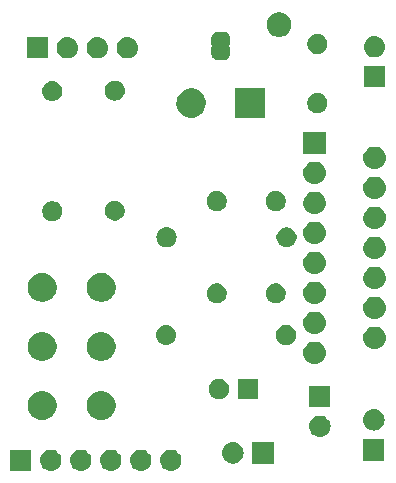
<source format=gbr>
G04 #@! TF.GenerationSoftware,KiCad,Pcbnew,5.1.4+dfsg1-1~bpo10+1*
G04 #@! TF.CreationDate,2020-12-25T00:52:37+00:00*
G04 #@! TF.ProjectId,Multi Watt Amplifier,4d756c74-6920-4576-9174-7420416d706c,rev?*
G04 #@! TF.SameCoordinates,Original*
G04 #@! TF.FileFunction,Soldermask,Bot*
G04 #@! TF.FilePolarity,Negative*
%FSLAX46Y46*%
G04 Gerber Fmt 4.6, Leading zero omitted, Abs format (unit mm)*
G04 Created by KiCad (PCBNEW 5.1.4+dfsg1-1~bpo10+1) date 2020-12-25 00:52:37*
%MOMM*%
%LPD*%
G04 APERTURE LIST*
%ADD10C,0.100000*%
G04 APERTURE END LIST*
D10*
G36*
X157500442Y-117695518D02*
G01*
X157566627Y-117702037D01*
X157736466Y-117753557D01*
X157892991Y-117837222D01*
X157928729Y-117866552D01*
X158030186Y-117949814D01*
X158113448Y-118051271D01*
X158142778Y-118087009D01*
X158226443Y-118243534D01*
X158277963Y-118413373D01*
X158295359Y-118590000D01*
X158277963Y-118766627D01*
X158226443Y-118936466D01*
X158142778Y-119092991D01*
X158113448Y-119128729D01*
X158030186Y-119230186D01*
X157928729Y-119313448D01*
X157892991Y-119342778D01*
X157736466Y-119426443D01*
X157566627Y-119477963D01*
X157500443Y-119484481D01*
X157434260Y-119491000D01*
X157345740Y-119491000D01*
X157279557Y-119484481D01*
X157213373Y-119477963D01*
X157043534Y-119426443D01*
X156887009Y-119342778D01*
X156851271Y-119313448D01*
X156749814Y-119230186D01*
X156666552Y-119128729D01*
X156637222Y-119092991D01*
X156553557Y-118936466D01*
X156502037Y-118766627D01*
X156484641Y-118590000D01*
X156502037Y-118413373D01*
X156553557Y-118243534D01*
X156637222Y-118087009D01*
X156666552Y-118051271D01*
X156749814Y-117949814D01*
X156851271Y-117866552D01*
X156887009Y-117837222D01*
X157043534Y-117753557D01*
X157213373Y-117702037D01*
X157279558Y-117695518D01*
X157345740Y-117689000D01*
X157434260Y-117689000D01*
X157500442Y-117695518D01*
X157500442Y-117695518D01*
G37*
G36*
X154960442Y-117695518D02*
G01*
X155026627Y-117702037D01*
X155196466Y-117753557D01*
X155352991Y-117837222D01*
X155388729Y-117866552D01*
X155490186Y-117949814D01*
X155573448Y-118051271D01*
X155602778Y-118087009D01*
X155686443Y-118243534D01*
X155737963Y-118413373D01*
X155755359Y-118590000D01*
X155737963Y-118766627D01*
X155686443Y-118936466D01*
X155602778Y-119092991D01*
X155573448Y-119128729D01*
X155490186Y-119230186D01*
X155388729Y-119313448D01*
X155352991Y-119342778D01*
X155196466Y-119426443D01*
X155026627Y-119477963D01*
X154960443Y-119484481D01*
X154894260Y-119491000D01*
X154805740Y-119491000D01*
X154739557Y-119484481D01*
X154673373Y-119477963D01*
X154503534Y-119426443D01*
X154347009Y-119342778D01*
X154311271Y-119313448D01*
X154209814Y-119230186D01*
X154126552Y-119128729D01*
X154097222Y-119092991D01*
X154013557Y-118936466D01*
X153962037Y-118766627D01*
X153944641Y-118590000D01*
X153962037Y-118413373D01*
X154013557Y-118243534D01*
X154097222Y-118087009D01*
X154126552Y-118051271D01*
X154209814Y-117949814D01*
X154311271Y-117866552D01*
X154347009Y-117837222D01*
X154503534Y-117753557D01*
X154673373Y-117702037D01*
X154739558Y-117695518D01*
X154805740Y-117689000D01*
X154894260Y-117689000D01*
X154960442Y-117695518D01*
X154960442Y-117695518D01*
G37*
G36*
X152420442Y-117695518D02*
G01*
X152486627Y-117702037D01*
X152656466Y-117753557D01*
X152812991Y-117837222D01*
X152848729Y-117866552D01*
X152950186Y-117949814D01*
X153033448Y-118051271D01*
X153062778Y-118087009D01*
X153146443Y-118243534D01*
X153197963Y-118413373D01*
X153215359Y-118590000D01*
X153197963Y-118766627D01*
X153146443Y-118936466D01*
X153062778Y-119092991D01*
X153033448Y-119128729D01*
X152950186Y-119230186D01*
X152848729Y-119313448D01*
X152812991Y-119342778D01*
X152656466Y-119426443D01*
X152486627Y-119477963D01*
X152420443Y-119484481D01*
X152354260Y-119491000D01*
X152265740Y-119491000D01*
X152199557Y-119484481D01*
X152133373Y-119477963D01*
X151963534Y-119426443D01*
X151807009Y-119342778D01*
X151771271Y-119313448D01*
X151669814Y-119230186D01*
X151586552Y-119128729D01*
X151557222Y-119092991D01*
X151473557Y-118936466D01*
X151422037Y-118766627D01*
X151404641Y-118590000D01*
X151422037Y-118413373D01*
X151473557Y-118243534D01*
X151557222Y-118087009D01*
X151586552Y-118051271D01*
X151669814Y-117949814D01*
X151771271Y-117866552D01*
X151807009Y-117837222D01*
X151963534Y-117753557D01*
X152133373Y-117702037D01*
X152199558Y-117695518D01*
X152265740Y-117689000D01*
X152354260Y-117689000D01*
X152420442Y-117695518D01*
X152420442Y-117695518D01*
G37*
G36*
X149880442Y-117695518D02*
G01*
X149946627Y-117702037D01*
X150116466Y-117753557D01*
X150272991Y-117837222D01*
X150308729Y-117866552D01*
X150410186Y-117949814D01*
X150493448Y-118051271D01*
X150522778Y-118087009D01*
X150606443Y-118243534D01*
X150657963Y-118413373D01*
X150675359Y-118590000D01*
X150657963Y-118766627D01*
X150606443Y-118936466D01*
X150522778Y-119092991D01*
X150493448Y-119128729D01*
X150410186Y-119230186D01*
X150308729Y-119313448D01*
X150272991Y-119342778D01*
X150116466Y-119426443D01*
X149946627Y-119477963D01*
X149880443Y-119484481D01*
X149814260Y-119491000D01*
X149725740Y-119491000D01*
X149659557Y-119484481D01*
X149593373Y-119477963D01*
X149423534Y-119426443D01*
X149267009Y-119342778D01*
X149231271Y-119313448D01*
X149129814Y-119230186D01*
X149046552Y-119128729D01*
X149017222Y-119092991D01*
X148933557Y-118936466D01*
X148882037Y-118766627D01*
X148864641Y-118590000D01*
X148882037Y-118413373D01*
X148933557Y-118243534D01*
X149017222Y-118087009D01*
X149046552Y-118051271D01*
X149129814Y-117949814D01*
X149231271Y-117866552D01*
X149267009Y-117837222D01*
X149423534Y-117753557D01*
X149593373Y-117702037D01*
X149659558Y-117695518D01*
X149725740Y-117689000D01*
X149814260Y-117689000D01*
X149880442Y-117695518D01*
X149880442Y-117695518D01*
G37*
G36*
X145591000Y-119491000D02*
G01*
X143789000Y-119491000D01*
X143789000Y-117689000D01*
X145591000Y-117689000D01*
X145591000Y-119491000D01*
X145591000Y-119491000D01*
G37*
G36*
X147340442Y-117695518D02*
G01*
X147406627Y-117702037D01*
X147576466Y-117753557D01*
X147732991Y-117837222D01*
X147768729Y-117866552D01*
X147870186Y-117949814D01*
X147953448Y-118051271D01*
X147982778Y-118087009D01*
X148066443Y-118243534D01*
X148117963Y-118413373D01*
X148135359Y-118590000D01*
X148117963Y-118766627D01*
X148066443Y-118936466D01*
X147982778Y-119092991D01*
X147953448Y-119128729D01*
X147870186Y-119230186D01*
X147768729Y-119313448D01*
X147732991Y-119342778D01*
X147576466Y-119426443D01*
X147406627Y-119477963D01*
X147340443Y-119484481D01*
X147274260Y-119491000D01*
X147185740Y-119491000D01*
X147119557Y-119484481D01*
X147053373Y-119477963D01*
X146883534Y-119426443D01*
X146727009Y-119342778D01*
X146691271Y-119313448D01*
X146589814Y-119230186D01*
X146506552Y-119128729D01*
X146477222Y-119092991D01*
X146393557Y-118936466D01*
X146342037Y-118766627D01*
X146324641Y-118590000D01*
X146342037Y-118413373D01*
X146393557Y-118243534D01*
X146477222Y-118087009D01*
X146506552Y-118051271D01*
X146589814Y-117949814D01*
X146691271Y-117866552D01*
X146727009Y-117837222D01*
X146883534Y-117753557D01*
X147053373Y-117702037D01*
X147119558Y-117695518D01*
X147185740Y-117689000D01*
X147274260Y-117689000D01*
X147340442Y-117695518D01*
X147340442Y-117695518D01*
G37*
G36*
X162770442Y-117075518D02*
G01*
X162836627Y-117082037D01*
X163006466Y-117133557D01*
X163162991Y-117217222D01*
X163198729Y-117246552D01*
X163300186Y-117329814D01*
X163383448Y-117431271D01*
X163412778Y-117467009D01*
X163496443Y-117623534D01*
X163547963Y-117793373D01*
X163565359Y-117970000D01*
X163547963Y-118146627D01*
X163496443Y-118316466D01*
X163412778Y-118472991D01*
X163383448Y-118508729D01*
X163300186Y-118610186D01*
X163198729Y-118693448D01*
X163162991Y-118722778D01*
X163006466Y-118806443D01*
X162836627Y-118857963D01*
X162770443Y-118864481D01*
X162704260Y-118871000D01*
X162615740Y-118871000D01*
X162549557Y-118864481D01*
X162483373Y-118857963D01*
X162313534Y-118806443D01*
X162157009Y-118722778D01*
X162121271Y-118693448D01*
X162019814Y-118610186D01*
X161936552Y-118508729D01*
X161907222Y-118472991D01*
X161823557Y-118316466D01*
X161772037Y-118146627D01*
X161754641Y-117970000D01*
X161772037Y-117793373D01*
X161823557Y-117623534D01*
X161907222Y-117467009D01*
X161936552Y-117431271D01*
X162019814Y-117329814D01*
X162121271Y-117246552D01*
X162157009Y-117217222D01*
X162313534Y-117133557D01*
X162483373Y-117082037D01*
X162549558Y-117075518D01*
X162615740Y-117069000D01*
X162704260Y-117069000D01*
X162770442Y-117075518D01*
X162770442Y-117075518D01*
G37*
G36*
X166101000Y-118871000D02*
G01*
X164299000Y-118871000D01*
X164299000Y-117069000D01*
X166101000Y-117069000D01*
X166101000Y-118871000D01*
X166101000Y-118871000D01*
G37*
G36*
X175491000Y-118611000D02*
G01*
X173689000Y-118611000D01*
X173689000Y-116809000D01*
X175491000Y-116809000D01*
X175491000Y-118611000D01*
X175491000Y-118611000D01*
G37*
G36*
X170130443Y-114825519D02*
G01*
X170196627Y-114832037D01*
X170366466Y-114883557D01*
X170522991Y-114967222D01*
X170554856Y-114993373D01*
X170660186Y-115079814D01*
X170735019Y-115171000D01*
X170772778Y-115217009D01*
X170856443Y-115373534D01*
X170907963Y-115543373D01*
X170925359Y-115720000D01*
X170907963Y-115896627D01*
X170856443Y-116066466D01*
X170772778Y-116222991D01*
X170743448Y-116258729D01*
X170660186Y-116360186D01*
X170558729Y-116443448D01*
X170522991Y-116472778D01*
X170366466Y-116556443D01*
X170196627Y-116607963D01*
X170130442Y-116614482D01*
X170064260Y-116621000D01*
X169975740Y-116621000D01*
X169909558Y-116614482D01*
X169843373Y-116607963D01*
X169673534Y-116556443D01*
X169517009Y-116472778D01*
X169481271Y-116443448D01*
X169379814Y-116360186D01*
X169296552Y-116258729D01*
X169267222Y-116222991D01*
X169183557Y-116066466D01*
X169132037Y-115896627D01*
X169114641Y-115720000D01*
X169132037Y-115543373D01*
X169183557Y-115373534D01*
X169267222Y-115217009D01*
X169304981Y-115171000D01*
X169379814Y-115079814D01*
X169485144Y-114993373D01*
X169517009Y-114967222D01*
X169673534Y-114883557D01*
X169843373Y-114832037D01*
X169909557Y-114825519D01*
X169975740Y-114819000D01*
X170064260Y-114819000D01*
X170130443Y-114825519D01*
X170130443Y-114825519D01*
G37*
G36*
X174700442Y-114275518D02*
G01*
X174766627Y-114282037D01*
X174936466Y-114333557D01*
X175092991Y-114417222D01*
X175128729Y-114446552D01*
X175230186Y-114529814D01*
X175313448Y-114631271D01*
X175342778Y-114667009D01*
X175426443Y-114823534D01*
X175477963Y-114993373D01*
X175495359Y-115170000D01*
X175477963Y-115346627D01*
X175426443Y-115516466D01*
X175342778Y-115672991D01*
X175313448Y-115708729D01*
X175230186Y-115810186D01*
X175128729Y-115893448D01*
X175092991Y-115922778D01*
X174936466Y-116006443D01*
X174766627Y-116057963D01*
X174700442Y-116064482D01*
X174634260Y-116071000D01*
X174545740Y-116071000D01*
X174479558Y-116064482D01*
X174413373Y-116057963D01*
X174243534Y-116006443D01*
X174087009Y-115922778D01*
X174051271Y-115893448D01*
X173949814Y-115810186D01*
X173866552Y-115708729D01*
X173837222Y-115672991D01*
X173753557Y-115516466D01*
X173702037Y-115346627D01*
X173684641Y-115170000D01*
X173702037Y-114993373D01*
X173753557Y-114823534D01*
X173837222Y-114667009D01*
X173866552Y-114631271D01*
X173949814Y-114529814D01*
X174051271Y-114446552D01*
X174087009Y-114417222D01*
X174243534Y-114333557D01*
X174413373Y-114282037D01*
X174479558Y-114275518D01*
X174545740Y-114269000D01*
X174634260Y-114269000D01*
X174700442Y-114275518D01*
X174700442Y-114275518D01*
G37*
G36*
X146748205Y-112752461D02*
G01*
X146866153Y-112775922D01*
X146958194Y-112814047D01*
X147088359Y-112867963D01*
X147288342Y-113001587D01*
X147458413Y-113171658D01*
X147592037Y-113371641D01*
X147598935Y-113388295D01*
X147684078Y-113593847D01*
X147731000Y-113829742D01*
X147731000Y-114070258D01*
X147684078Y-114306153D01*
X147672726Y-114333558D01*
X147592037Y-114528359D01*
X147458413Y-114728342D01*
X147288342Y-114898413D01*
X147088359Y-115032037D01*
X146958194Y-115085953D01*
X146866153Y-115124078D01*
X146748205Y-115147539D01*
X146630259Y-115171000D01*
X146389741Y-115171000D01*
X146271795Y-115147539D01*
X146153847Y-115124078D01*
X146061806Y-115085953D01*
X145931641Y-115032037D01*
X145731658Y-114898413D01*
X145561587Y-114728342D01*
X145427963Y-114528359D01*
X145347274Y-114333558D01*
X145335922Y-114306153D01*
X145289000Y-114070258D01*
X145289000Y-113829742D01*
X145335922Y-113593847D01*
X145421065Y-113388295D01*
X145427963Y-113371641D01*
X145561587Y-113171658D01*
X145731658Y-113001587D01*
X145931641Y-112867963D01*
X146061806Y-112814047D01*
X146153847Y-112775922D01*
X146271795Y-112752461D01*
X146389741Y-112729000D01*
X146630259Y-112729000D01*
X146748205Y-112752461D01*
X146748205Y-112752461D01*
G37*
G36*
X151748205Y-112752461D02*
G01*
X151866153Y-112775922D01*
X151958194Y-112814047D01*
X152088359Y-112867963D01*
X152288342Y-113001587D01*
X152458413Y-113171658D01*
X152592037Y-113371641D01*
X152598935Y-113388295D01*
X152684078Y-113593847D01*
X152731000Y-113829742D01*
X152731000Y-114070258D01*
X152684078Y-114306153D01*
X152672726Y-114333558D01*
X152592037Y-114528359D01*
X152458413Y-114728342D01*
X152288342Y-114898413D01*
X152088359Y-115032037D01*
X151958194Y-115085953D01*
X151866153Y-115124078D01*
X151748205Y-115147539D01*
X151630259Y-115171000D01*
X151389741Y-115171000D01*
X151271795Y-115147539D01*
X151153847Y-115124078D01*
X151061806Y-115085953D01*
X150931641Y-115032037D01*
X150731658Y-114898413D01*
X150561587Y-114728342D01*
X150427963Y-114528359D01*
X150347274Y-114333558D01*
X150335922Y-114306153D01*
X150289000Y-114070258D01*
X150289000Y-113829742D01*
X150335922Y-113593847D01*
X150421065Y-113388295D01*
X150427963Y-113371641D01*
X150561587Y-113171658D01*
X150731658Y-113001587D01*
X150931641Y-112867963D01*
X151061806Y-112814047D01*
X151153847Y-112775922D01*
X151271795Y-112752461D01*
X151389741Y-112729000D01*
X151630259Y-112729000D01*
X151748205Y-112752461D01*
X151748205Y-112752461D01*
G37*
G36*
X170921000Y-114081000D02*
G01*
X169119000Y-114081000D01*
X169119000Y-112279000D01*
X170921000Y-112279000D01*
X170921000Y-114081000D01*
X170921000Y-114081000D01*
G37*
G36*
X161718228Y-111751703D02*
G01*
X161873100Y-111815853D01*
X162012481Y-111908985D01*
X162131015Y-112027519D01*
X162224147Y-112166900D01*
X162288297Y-112321772D01*
X162321000Y-112486184D01*
X162321000Y-112653816D01*
X162288297Y-112818228D01*
X162224147Y-112973100D01*
X162131015Y-113112481D01*
X162012481Y-113231015D01*
X161873100Y-113324147D01*
X161718228Y-113388297D01*
X161553816Y-113421000D01*
X161386184Y-113421000D01*
X161221772Y-113388297D01*
X161066900Y-113324147D01*
X160927519Y-113231015D01*
X160808985Y-113112481D01*
X160715853Y-112973100D01*
X160651703Y-112818228D01*
X160619000Y-112653816D01*
X160619000Y-112486184D01*
X160651703Y-112321772D01*
X160715853Y-112166900D01*
X160808985Y-112027519D01*
X160927519Y-111908985D01*
X161066900Y-111815853D01*
X161221772Y-111751703D01*
X161386184Y-111719000D01*
X161553816Y-111719000D01*
X161718228Y-111751703D01*
X161718228Y-111751703D01*
G37*
G36*
X164821000Y-113421000D02*
G01*
X163119000Y-113421000D01*
X163119000Y-111719000D01*
X164821000Y-111719000D01*
X164821000Y-113421000D01*
X164821000Y-113421000D01*
G37*
G36*
X169756425Y-108552760D02*
G01*
X169756428Y-108552761D01*
X169756429Y-108552761D01*
X169935693Y-108607140D01*
X169935696Y-108607142D01*
X169935697Y-108607142D01*
X170100903Y-108695446D01*
X170245712Y-108814288D01*
X170364554Y-108959097D01*
X170452858Y-109124303D01*
X170452860Y-109124307D01*
X170507239Y-109303571D01*
X170507240Y-109303575D01*
X170525601Y-109490000D01*
X170507240Y-109676425D01*
X170507239Y-109676428D01*
X170507239Y-109676429D01*
X170452860Y-109855693D01*
X170452858Y-109855696D01*
X170452858Y-109855697D01*
X170364554Y-110020903D01*
X170245712Y-110165712D01*
X170100903Y-110284554D01*
X169935697Y-110372858D01*
X169935693Y-110372860D01*
X169756429Y-110427239D01*
X169756428Y-110427239D01*
X169756425Y-110427240D01*
X169616718Y-110441000D01*
X169523282Y-110441000D01*
X169383575Y-110427240D01*
X169383572Y-110427239D01*
X169383571Y-110427239D01*
X169204307Y-110372860D01*
X169204303Y-110372858D01*
X169039097Y-110284554D01*
X168894288Y-110165712D01*
X168775446Y-110020903D01*
X168687142Y-109855697D01*
X168687142Y-109855696D01*
X168687140Y-109855693D01*
X168632761Y-109676429D01*
X168632761Y-109676428D01*
X168632760Y-109676425D01*
X168614399Y-109490000D01*
X168632760Y-109303575D01*
X168632761Y-109303571D01*
X168687140Y-109124307D01*
X168687142Y-109124303D01*
X168775446Y-108959097D01*
X168894288Y-108814288D01*
X169039097Y-108695446D01*
X169204303Y-108607142D01*
X169204304Y-108607142D01*
X169204307Y-108607140D01*
X169383571Y-108552761D01*
X169383572Y-108552761D01*
X169383575Y-108552760D01*
X169523282Y-108539000D01*
X169616718Y-108539000D01*
X169756425Y-108552760D01*
X169756425Y-108552760D01*
G37*
G36*
X146694463Y-107741771D02*
G01*
X146866153Y-107775922D01*
X146958194Y-107814047D01*
X147088359Y-107867963D01*
X147288342Y-108001587D01*
X147458413Y-108171658D01*
X147592037Y-108371641D01*
X147630739Y-108465076D01*
X147684078Y-108593847D01*
X147695449Y-108651015D01*
X147726735Y-108808297D01*
X147731000Y-108829742D01*
X147731000Y-109070258D01*
X147684592Y-109303571D01*
X147684078Y-109306152D01*
X147592037Y-109528359D01*
X147458413Y-109728342D01*
X147288342Y-109898413D01*
X147088359Y-110032037D01*
X146958194Y-110085953D01*
X146866153Y-110124078D01*
X146630259Y-110171000D01*
X146389741Y-110171000D01*
X146153847Y-110124078D01*
X146061806Y-110085953D01*
X145931641Y-110032037D01*
X145731658Y-109898413D01*
X145561587Y-109728342D01*
X145427963Y-109528359D01*
X145335922Y-109306152D01*
X145335409Y-109303571D01*
X145289000Y-109070258D01*
X145289000Y-108829742D01*
X145293266Y-108808297D01*
X145324551Y-108651015D01*
X145335922Y-108593847D01*
X145389261Y-108465076D01*
X145427963Y-108371641D01*
X145561587Y-108171658D01*
X145731658Y-108001587D01*
X145931641Y-107867963D01*
X146061806Y-107814047D01*
X146153847Y-107775922D01*
X146325537Y-107741771D01*
X146389741Y-107729000D01*
X146630259Y-107729000D01*
X146694463Y-107741771D01*
X146694463Y-107741771D01*
G37*
G36*
X151694463Y-107741771D02*
G01*
X151866153Y-107775922D01*
X151958194Y-107814047D01*
X152088359Y-107867963D01*
X152288342Y-108001587D01*
X152458413Y-108171658D01*
X152592037Y-108371641D01*
X152630739Y-108465076D01*
X152684078Y-108593847D01*
X152695449Y-108651015D01*
X152726735Y-108808297D01*
X152731000Y-108829742D01*
X152731000Y-109070258D01*
X152684592Y-109303571D01*
X152684078Y-109306152D01*
X152592037Y-109528359D01*
X152458413Y-109728342D01*
X152288342Y-109898413D01*
X152088359Y-110032037D01*
X151958194Y-110085953D01*
X151866153Y-110124078D01*
X151630259Y-110171000D01*
X151389741Y-110171000D01*
X151153847Y-110124078D01*
X151061806Y-110085953D01*
X150931641Y-110032037D01*
X150731658Y-109898413D01*
X150561587Y-109728342D01*
X150427963Y-109528359D01*
X150335922Y-109306152D01*
X150335409Y-109303571D01*
X150289000Y-109070258D01*
X150289000Y-108829742D01*
X150293266Y-108808297D01*
X150324551Y-108651015D01*
X150335922Y-108593847D01*
X150389261Y-108465076D01*
X150427963Y-108371641D01*
X150561587Y-108171658D01*
X150731658Y-108001587D01*
X150931641Y-107867963D01*
X151061806Y-107814047D01*
X151153847Y-107775922D01*
X151325537Y-107741771D01*
X151389741Y-107729000D01*
X151630259Y-107729000D01*
X151694463Y-107741771D01*
X151694463Y-107741771D01*
G37*
G36*
X174836425Y-107282760D02*
G01*
X174836428Y-107282761D01*
X174836429Y-107282761D01*
X175015693Y-107337140D01*
X175015696Y-107337142D01*
X175015697Y-107337142D01*
X175180903Y-107425446D01*
X175325712Y-107544288D01*
X175444554Y-107689097D01*
X175532858Y-107854303D01*
X175532860Y-107854307D01*
X175587239Y-108033571D01*
X175587240Y-108033575D01*
X175605601Y-108220000D01*
X175587240Y-108406425D01*
X175587239Y-108406428D01*
X175587239Y-108406429D01*
X175532860Y-108585693D01*
X175532858Y-108585696D01*
X175532858Y-108585697D01*
X175444554Y-108750903D01*
X175325712Y-108895712D01*
X175180903Y-109014554D01*
X175015697Y-109102858D01*
X175015693Y-109102860D01*
X174836429Y-109157239D01*
X174836428Y-109157239D01*
X174836425Y-109157240D01*
X174696718Y-109171000D01*
X174603282Y-109171000D01*
X174463575Y-109157240D01*
X174463572Y-109157239D01*
X174463571Y-109157239D01*
X174284307Y-109102860D01*
X174284303Y-109102858D01*
X174119097Y-109014554D01*
X173974288Y-108895712D01*
X173855446Y-108750903D01*
X173767142Y-108585697D01*
X173767142Y-108585696D01*
X173767140Y-108585693D01*
X173712761Y-108406429D01*
X173712761Y-108406428D01*
X173712760Y-108406425D01*
X173694399Y-108220000D01*
X173712760Y-108033575D01*
X173712761Y-108033571D01*
X173767140Y-107854307D01*
X173767142Y-107854303D01*
X173855446Y-107689097D01*
X173974288Y-107544288D01*
X174119097Y-107425446D01*
X174284303Y-107337142D01*
X174284304Y-107337142D01*
X174284307Y-107337140D01*
X174463571Y-107282761D01*
X174463572Y-107282761D01*
X174463575Y-107282760D01*
X174603282Y-107269000D01*
X174696718Y-107269000D01*
X174836425Y-107282760D01*
X174836425Y-107282760D01*
G37*
G36*
X157166823Y-107151313D02*
G01*
X157327242Y-107199976D01*
X157394361Y-107235852D01*
X157475078Y-107278996D01*
X157604659Y-107385341D01*
X157711004Y-107514922D01*
X157711005Y-107514924D01*
X157790024Y-107662758D01*
X157838687Y-107823177D01*
X157855117Y-107990000D01*
X157838687Y-108156823D01*
X157790024Y-108317242D01*
X157719114Y-108449906D01*
X157711004Y-108465078D01*
X157604659Y-108594659D01*
X157475078Y-108701004D01*
X157475076Y-108701005D01*
X157327242Y-108780024D01*
X157166823Y-108828687D01*
X157041804Y-108841000D01*
X156958196Y-108841000D01*
X156833177Y-108828687D01*
X156672758Y-108780024D01*
X156524924Y-108701005D01*
X156524922Y-108701004D01*
X156395341Y-108594659D01*
X156288996Y-108465078D01*
X156280886Y-108449906D01*
X156209976Y-108317242D01*
X156161313Y-108156823D01*
X156144883Y-107990000D01*
X156161313Y-107823177D01*
X156209976Y-107662758D01*
X156288995Y-107514924D01*
X156288996Y-107514922D01*
X156395341Y-107385341D01*
X156524922Y-107278996D01*
X156605639Y-107235852D01*
X156672758Y-107199976D01*
X156833177Y-107151313D01*
X156958196Y-107139000D01*
X157041804Y-107139000D01*
X157166823Y-107151313D01*
X157166823Y-107151313D01*
G37*
G36*
X167408228Y-107171703D02*
G01*
X167563100Y-107235853D01*
X167702481Y-107328985D01*
X167821015Y-107447519D01*
X167914147Y-107586900D01*
X167978297Y-107741772D01*
X168011000Y-107906184D01*
X168011000Y-108073816D01*
X167978297Y-108238228D01*
X167914147Y-108393100D01*
X167821015Y-108532481D01*
X167702481Y-108651015D01*
X167563100Y-108744147D01*
X167408228Y-108808297D01*
X167243816Y-108841000D01*
X167076184Y-108841000D01*
X166911772Y-108808297D01*
X166756900Y-108744147D01*
X166617519Y-108651015D01*
X166498985Y-108532481D01*
X166405853Y-108393100D01*
X166341703Y-108238228D01*
X166309000Y-108073816D01*
X166309000Y-107906184D01*
X166341703Y-107741772D01*
X166405853Y-107586900D01*
X166498985Y-107447519D01*
X166617519Y-107328985D01*
X166756900Y-107235853D01*
X166911772Y-107171703D01*
X167076184Y-107139000D01*
X167243816Y-107139000D01*
X167408228Y-107171703D01*
X167408228Y-107171703D01*
G37*
G36*
X169756425Y-106012760D02*
G01*
X169756428Y-106012761D01*
X169756429Y-106012761D01*
X169935693Y-106067140D01*
X169935696Y-106067142D01*
X169935697Y-106067142D01*
X170100903Y-106155446D01*
X170245712Y-106274288D01*
X170364554Y-106419097D01*
X170452858Y-106584303D01*
X170452860Y-106584307D01*
X170507239Y-106763571D01*
X170507240Y-106763575D01*
X170525601Y-106950000D01*
X170507240Y-107136425D01*
X170507239Y-107136428D01*
X170507239Y-107136429D01*
X170452860Y-107315693D01*
X170452858Y-107315696D01*
X170452858Y-107315697D01*
X170364554Y-107480903D01*
X170245712Y-107625712D01*
X170100903Y-107744554D01*
X169953809Y-107823177D01*
X169935693Y-107832860D01*
X169756429Y-107887239D01*
X169756428Y-107887239D01*
X169756425Y-107887240D01*
X169616718Y-107901000D01*
X169523282Y-107901000D01*
X169383575Y-107887240D01*
X169383572Y-107887239D01*
X169383571Y-107887239D01*
X169204307Y-107832860D01*
X169186191Y-107823177D01*
X169039097Y-107744554D01*
X168894288Y-107625712D01*
X168775446Y-107480903D01*
X168687142Y-107315697D01*
X168687142Y-107315696D01*
X168687140Y-107315693D01*
X168632761Y-107136429D01*
X168632761Y-107136428D01*
X168632760Y-107136425D01*
X168614399Y-106950000D01*
X168632760Y-106763575D01*
X168632761Y-106763571D01*
X168687140Y-106584307D01*
X168687142Y-106584303D01*
X168775446Y-106419097D01*
X168894288Y-106274288D01*
X169039097Y-106155446D01*
X169204303Y-106067142D01*
X169204304Y-106067142D01*
X169204307Y-106067140D01*
X169383571Y-106012761D01*
X169383572Y-106012761D01*
X169383575Y-106012760D01*
X169523282Y-105999000D01*
X169616718Y-105999000D01*
X169756425Y-106012760D01*
X169756425Y-106012760D01*
G37*
G36*
X174836425Y-104742760D02*
G01*
X174836428Y-104742761D01*
X174836429Y-104742761D01*
X175015693Y-104797140D01*
X175015696Y-104797142D01*
X175015697Y-104797142D01*
X175180903Y-104885446D01*
X175325712Y-105004288D01*
X175444554Y-105149097D01*
X175532858Y-105314303D01*
X175532860Y-105314307D01*
X175587239Y-105493571D01*
X175587240Y-105493575D01*
X175605601Y-105680000D01*
X175587240Y-105866425D01*
X175587239Y-105866428D01*
X175587239Y-105866429D01*
X175532860Y-106045693D01*
X175532858Y-106045696D01*
X175532858Y-106045697D01*
X175444554Y-106210903D01*
X175325712Y-106355712D01*
X175180903Y-106474554D01*
X175015697Y-106562858D01*
X175015693Y-106562860D01*
X174836429Y-106617239D01*
X174836428Y-106617239D01*
X174836425Y-106617240D01*
X174696718Y-106631000D01*
X174603282Y-106631000D01*
X174463575Y-106617240D01*
X174463572Y-106617239D01*
X174463571Y-106617239D01*
X174284307Y-106562860D01*
X174284303Y-106562858D01*
X174119097Y-106474554D01*
X173974288Y-106355712D01*
X173855446Y-106210903D01*
X173767142Y-106045697D01*
X173767142Y-106045696D01*
X173767140Y-106045693D01*
X173712761Y-105866429D01*
X173712761Y-105866428D01*
X173712760Y-105866425D01*
X173694399Y-105680000D01*
X173712760Y-105493575D01*
X173712761Y-105493571D01*
X173767140Y-105314307D01*
X173767142Y-105314303D01*
X173855446Y-105149097D01*
X173974288Y-105004288D01*
X174119097Y-104885446D01*
X174284303Y-104797142D01*
X174284304Y-104797142D01*
X174284307Y-104797140D01*
X174463571Y-104742761D01*
X174463572Y-104742761D01*
X174463575Y-104742760D01*
X174603282Y-104729000D01*
X174696718Y-104729000D01*
X174836425Y-104742760D01*
X174836425Y-104742760D01*
G37*
G36*
X169756425Y-103472760D02*
G01*
X169756428Y-103472761D01*
X169756429Y-103472761D01*
X169935693Y-103527140D01*
X169935696Y-103527142D01*
X169935697Y-103527142D01*
X170100903Y-103615446D01*
X170245712Y-103734288D01*
X170364554Y-103879097D01*
X170452858Y-104044303D01*
X170452860Y-104044307D01*
X170503660Y-104211772D01*
X170507240Y-104223575D01*
X170525601Y-104410000D01*
X170507240Y-104596425D01*
X170507239Y-104596428D01*
X170507239Y-104596429D01*
X170452860Y-104775693D01*
X170452858Y-104775696D01*
X170452858Y-104775697D01*
X170364554Y-104940903D01*
X170245712Y-105085712D01*
X170100903Y-105204554D01*
X169935697Y-105292858D01*
X169935693Y-105292860D01*
X169756429Y-105347239D01*
X169756428Y-105347239D01*
X169756425Y-105347240D01*
X169616718Y-105361000D01*
X169523282Y-105361000D01*
X169383575Y-105347240D01*
X169383572Y-105347239D01*
X169383571Y-105347239D01*
X169204307Y-105292860D01*
X169204303Y-105292858D01*
X169039097Y-105204554D01*
X168894288Y-105085712D01*
X168775446Y-104940903D01*
X168687142Y-104775697D01*
X168687142Y-104775696D01*
X168687140Y-104775693D01*
X168632761Y-104596429D01*
X168632761Y-104596428D01*
X168632760Y-104596425D01*
X168614399Y-104410000D01*
X168632760Y-104223575D01*
X168636340Y-104211772D01*
X168687140Y-104044307D01*
X168687142Y-104044303D01*
X168775446Y-103879097D01*
X168894288Y-103734288D01*
X169039097Y-103615446D01*
X169204303Y-103527142D01*
X169204304Y-103527142D01*
X169204307Y-103527140D01*
X169383571Y-103472761D01*
X169383572Y-103472761D01*
X169383575Y-103472760D01*
X169523282Y-103459000D01*
X169616718Y-103459000D01*
X169756425Y-103472760D01*
X169756425Y-103472760D01*
G37*
G36*
X166528228Y-103641703D02*
G01*
X166683100Y-103705853D01*
X166822481Y-103798985D01*
X166941015Y-103917519D01*
X167034147Y-104056900D01*
X167098297Y-104211772D01*
X167131000Y-104376184D01*
X167131000Y-104543816D01*
X167098297Y-104708228D01*
X167034147Y-104863100D01*
X166941015Y-105002481D01*
X166822481Y-105121015D01*
X166683100Y-105214147D01*
X166528228Y-105278297D01*
X166363816Y-105311000D01*
X166196184Y-105311000D01*
X166031772Y-105278297D01*
X165876900Y-105214147D01*
X165737519Y-105121015D01*
X165618985Y-105002481D01*
X165525853Y-104863100D01*
X165461703Y-104708228D01*
X165429000Y-104543816D01*
X165429000Y-104376184D01*
X165461703Y-104211772D01*
X165525853Y-104056900D01*
X165618985Y-103917519D01*
X165737519Y-103798985D01*
X165876900Y-103705853D01*
X166031772Y-103641703D01*
X166196184Y-103609000D01*
X166363816Y-103609000D01*
X166528228Y-103641703D01*
X166528228Y-103641703D01*
G37*
G36*
X161528228Y-103641703D02*
G01*
X161683100Y-103705853D01*
X161822481Y-103798985D01*
X161941015Y-103917519D01*
X162034147Y-104056900D01*
X162098297Y-104211772D01*
X162131000Y-104376184D01*
X162131000Y-104543816D01*
X162098297Y-104708228D01*
X162034147Y-104863100D01*
X161941015Y-105002481D01*
X161822481Y-105121015D01*
X161683100Y-105214147D01*
X161528228Y-105278297D01*
X161363816Y-105311000D01*
X161196184Y-105311000D01*
X161031772Y-105278297D01*
X160876900Y-105214147D01*
X160737519Y-105121015D01*
X160618985Y-105002481D01*
X160525853Y-104863100D01*
X160461703Y-104708228D01*
X160429000Y-104543816D01*
X160429000Y-104376184D01*
X160461703Y-104211772D01*
X160525853Y-104056900D01*
X160618985Y-103917519D01*
X160737519Y-103798985D01*
X160876900Y-103705853D01*
X161031772Y-103641703D01*
X161196184Y-103609000D01*
X161363816Y-103609000D01*
X161528228Y-103641703D01*
X161528228Y-103641703D01*
G37*
G36*
X146866153Y-102775922D02*
G01*
X146958194Y-102814047D01*
X147088359Y-102867963D01*
X147288342Y-103001587D01*
X147458413Y-103171658D01*
X147592037Y-103371641D01*
X147684078Y-103593848D01*
X147731000Y-103829741D01*
X147731000Y-104070259D01*
X147729611Y-104077240D01*
X147684078Y-104306153D01*
X147645953Y-104398194D01*
X147592037Y-104528359D01*
X147458413Y-104728342D01*
X147288342Y-104898413D01*
X147088359Y-105032037D01*
X146958776Y-105085712D01*
X146866153Y-105124078D01*
X146748205Y-105147539D01*
X146630259Y-105171000D01*
X146389741Y-105171000D01*
X146271795Y-105147539D01*
X146153847Y-105124078D01*
X146061224Y-105085712D01*
X145931641Y-105032037D01*
X145731658Y-104898413D01*
X145561587Y-104728342D01*
X145427963Y-104528359D01*
X145374047Y-104398194D01*
X145335922Y-104306153D01*
X145290389Y-104077240D01*
X145289000Y-104070259D01*
X145289000Y-103829741D01*
X145335922Y-103593848D01*
X145427963Y-103371641D01*
X145561587Y-103171658D01*
X145731658Y-103001587D01*
X145931641Y-102867963D01*
X146061806Y-102814047D01*
X146153847Y-102775922D01*
X146271795Y-102752461D01*
X146389741Y-102729000D01*
X146630259Y-102729000D01*
X146866153Y-102775922D01*
X146866153Y-102775922D01*
G37*
G36*
X151866153Y-102775922D02*
G01*
X151958194Y-102814047D01*
X152088359Y-102867963D01*
X152288342Y-103001587D01*
X152458413Y-103171658D01*
X152592037Y-103371641D01*
X152684078Y-103593848D01*
X152731000Y-103829741D01*
X152731000Y-104070259D01*
X152729611Y-104077240D01*
X152684078Y-104306153D01*
X152645953Y-104398194D01*
X152592037Y-104528359D01*
X152458413Y-104728342D01*
X152288342Y-104898413D01*
X152088359Y-105032037D01*
X151958776Y-105085712D01*
X151866153Y-105124078D01*
X151748205Y-105147539D01*
X151630259Y-105171000D01*
X151389741Y-105171000D01*
X151271795Y-105147539D01*
X151153847Y-105124078D01*
X151061224Y-105085712D01*
X150931641Y-105032037D01*
X150731658Y-104898413D01*
X150561587Y-104728342D01*
X150427963Y-104528359D01*
X150374047Y-104398194D01*
X150335922Y-104306153D01*
X150290389Y-104077240D01*
X150289000Y-104070259D01*
X150289000Y-103829741D01*
X150335922Y-103593848D01*
X150427963Y-103371641D01*
X150561587Y-103171658D01*
X150731658Y-103001587D01*
X150931641Y-102867963D01*
X151061806Y-102814047D01*
X151153847Y-102775922D01*
X151271795Y-102752461D01*
X151389741Y-102729000D01*
X151630259Y-102729000D01*
X151866153Y-102775922D01*
X151866153Y-102775922D01*
G37*
G36*
X174836425Y-102202760D02*
G01*
X174836428Y-102202761D01*
X174836429Y-102202761D01*
X175015693Y-102257140D01*
X175015696Y-102257142D01*
X175015697Y-102257142D01*
X175180903Y-102345446D01*
X175325712Y-102464288D01*
X175444554Y-102609097D01*
X175532858Y-102774303D01*
X175532860Y-102774307D01*
X175561270Y-102867963D01*
X175587240Y-102953575D01*
X175605601Y-103140000D01*
X175587240Y-103326425D01*
X175587239Y-103326428D01*
X175587239Y-103326429D01*
X175532860Y-103505693D01*
X175532858Y-103505696D01*
X175532858Y-103505697D01*
X175444554Y-103670903D01*
X175325712Y-103815712D01*
X175180903Y-103934554D01*
X175015697Y-104022858D01*
X175015693Y-104022860D01*
X174836429Y-104077239D01*
X174836428Y-104077239D01*
X174836425Y-104077240D01*
X174696718Y-104091000D01*
X174603282Y-104091000D01*
X174463575Y-104077240D01*
X174463572Y-104077239D01*
X174463571Y-104077239D01*
X174284307Y-104022860D01*
X174284303Y-104022858D01*
X174119097Y-103934554D01*
X173974288Y-103815712D01*
X173855446Y-103670903D01*
X173767142Y-103505697D01*
X173767142Y-103505696D01*
X173767140Y-103505693D01*
X173712761Y-103326429D01*
X173712761Y-103326428D01*
X173712760Y-103326425D01*
X173694399Y-103140000D01*
X173712760Y-102953575D01*
X173738730Y-102867963D01*
X173767140Y-102774307D01*
X173767142Y-102774303D01*
X173855446Y-102609097D01*
X173974288Y-102464288D01*
X174119097Y-102345446D01*
X174284303Y-102257142D01*
X174284304Y-102257142D01*
X174284307Y-102257140D01*
X174463571Y-102202761D01*
X174463572Y-102202761D01*
X174463575Y-102202760D01*
X174603282Y-102189000D01*
X174696718Y-102189000D01*
X174836425Y-102202760D01*
X174836425Y-102202760D01*
G37*
G36*
X169756425Y-100932760D02*
G01*
X169756428Y-100932761D01*
X169756429Y-100932761D01*
X169935693Y-100987140D01*
X169935696Y-100987142D01*
X169935697Y-100987142D01*
X170100903Y-101075446D01*
X170245712Y-101194288D01*
X170364554Y-101339097D01*
X170452858Y-101504303D01*
X170452860Y-101504307D01*
X170507239Y-101683571D01*
X170507240Y-101683575D01*
X170525601Y-101870000D01*
X170507240Y-102056425D01*
X170507239Y-102056428D01*
X170507239Y-102056429D01*
X170452860Y-102235693D01*
X170452858Y-102235696D01*
X170452858Y-102235697D01*
X170364554Y-102400903D01*
X170245712Y-102545712D01*
X170100903Y-102664554D01*
X169980332Y-102729000D01*
X169935693Y-102752860D01*
X169756429Y-102807239D01*
X169756428Y-102807239D01*
X169756425Y-102807240D01*
X169616718Y-102821000D01*
X169523282Y-102821000D01*
X169383575Y-102807240D01*
X169383572Y-102807239D01*
X169383571Y-102807239D01*
X169204307Y-102752860D01*
X169159668Y-102729000D01*
X169039097Y-102664554D01*
X168894288Y-102545712D01*
X168775446Y-102400903D01*
X168687142Y-102235697D01*
X168687142Y-102235696D01*
X168687140Y-102235693D01*
X168632761Y-102056429D01*
X168632761Y-102056428D01*
X168632760Y-102056425D01*
X168614399Y-101870000D01*
X168632760Y-101683575D01*
X168632761Y-101683571D01*
X168687140Y-101504307D01*
X168687142Y-101504303D01*
X168775446Y-101339097D01*
X168894288Y-101194288D01*
X169039097Y-101075446D01*
X169204303Y-100987142D01*
X169204304Y-100987142D01*
X169204307Y-100987140D01*
X169383571Y-100932761D01*
X169383572Y-100932761D01*
X169383575Y-100932760D01*
X169523282Y-100919000D01*
X169616718Y-100919000D01*
X169756425Y-100932760D01*
X169756425Y-100932760D01*
G37*
G36*
X174836425Y-99662760D02*
G01*
X174836428Y-99662761D01*
X174836429Y-99662761D01*
X175015693Y-99717140D01*
X175015696Y-99717142D01*
X175015697Y-99717142D01*
X175180903Y-99805446D01*
X175325712Y-99924288D01*
X175444554Y-100069097D01*
X175532858Y-100234303D01*
X175532860Y-100234307D01*
X175577363Y-100381015D01*
X175587240Y-100413575D01*
X175605601Y-100600000D01*
X175587240Y-100786425D01*
X175587239Y-100786428D01*
X175587239Y-100786429D01*
X175532860Y-100965693D01*
X175532858Y-100965696D01*
X175532858Y-100965697D01*
X175444554Y-101130903D01*
X175325712Y-101275712D01*
X175180903Y-101394554D01*
X175015697Y-101482858D01*
X175015693Y-101482860D01*
X174836429Y-101537239D01*
X174836428Y-101537239D01*
X174836425Y-101537240D01*
X174696718Y-101551000D01*
X174603282Y-101551000D01*
X174463575Y-101537240D01*
X174463572Y-101537239D01*
X174463571Y-101537239D01*
X174284307Y-101482860D01*
X174284303Y-101482858D01*
X174119097Y-101394554D01*
X173974288Y-101275712D01*
X173855446Y-101130903D01*
X173767142Y-100965697D01*
X173767142Y-100965696D01*
X173767140Y-100965693D01*
X173712761Y-100786429D01*
X173712761Y-100786428D01*
X173712760Y-100786425D01*
X173694399Y-100600000D01*
X173712760Y-100413575D01*
X173722637Y-100381015D01*
X173767140Y-100234307D01*
X173767142Y-100234303D01*
X173855446Y-100069097D01*
X173974288Y-99924288D01*
X174119097Y-99805446D01*
X174284303Y-99717142D01*
X174284304Y-99717142D01*
X174284307Y-99717140D01*
X174463571Y-99662761D01*
X174463572Y-99662761D01*
X174463575Y-99662760D01*
X174603282Y-99649000D01*
X174696718Y-99649000D01*
X174836425Y-99662760D01*
X174836425Y-99662760D01*
G37*
G36*
X167448228Y-98901703D02*
G01*
X167603100Y-98965853D01*
X167742481Y-99058985D01*
X167861015Y-99177519D01*
X167954147Y-99316900D01*
X168018297Y-99471772D01*
X168051000Y-99636184D01*
X168051000Y-99803816D01*
X168018297Y-99968228D01*
X167954147Y-100123100D01*
X167861015Y-100262481D01*
X167742481Y-100381015D01*
X167603100Y-100474147D01*
X167448228Y-100538297D01*
X167283816Y-100571000D01*
X167116184Y-100571000D01*
X166951772Y-100538297D01*
X166796900Y-100474147D01*
X166657519Y-100381015D01*
X166538985Y-100262481D01*
X166445853Y-100123100D01*
X166381703Y-99968228D01*
X166349000Y-99803816D01*
X166349000Y-99636184D01*
X166381703Y-99471772D01*
X166445853Y-99316900D01*
X166538985Y-99177519D01*
X166657519Y-99058985D01*
X166796900Y-98965853D01*
X166951772Y-98901703D01*
X167116184Y-98869000D01*
X167283816Y-98869000D01*
X167448228Y-98901703D01*
X167448228Y-98901703D01*
G37*
G36*
X157206823Y-98881313D02*
G01*
X157367242Y-98929976D01*
X157434361Y-98965852D01*
X157515078Y-99008996D01*
X157644659Y-99115341D01*
X157751004Y-99244922D01*
X157751005Y-99244924D01*
X157830024Y-99392758D01*
X157878687Y-99553177D01*
X157895117Y-99720000D01*
X157878687Y-99886823D01*
X157830024Y-100047242D01*
X157789477Y-100123100D01*
X157751004Y-100195078D01*
X157644659Y-100324659D01*
X157515078Y-100431004D01*
X157515076Y-100431005D01*
X157367242Y-100510024D01*
X157206823Y-100558687D01*
X157081804Y-100571000D01*
X156998196Y-100571000D01*
X156873177Y-100558687D01*
X156712758Y-100510024D01*
X156564924Y-100431005D01*
X156564922Y-100431004D01*
X156435341Y-100324659D01*
X156328996Y-100195078D01*
X156290523Y-100123100D01*
X156249976Y-100047242D01*
X156201313Y-99886823D01*
X156184883Y-99720000D01*
X156201313Y-99553177D01*
X156249976Y-99392758D01*
X156328995Y-99244924D01*
X156328996Y-99244922D01*
X156435341Y-99115341D01*
X156564922Y-99008996D01*
X156645639Y-98965852D01*
X156712758Y-98929976D01*
X156873177Y-98881313D01*
X156998196Y-98869000D01*
X157081804Y-98869000D01*
X157206823Y-98881313D01*
X157206823Y-98881313D01*
G37*
G36*
X169756425Y-98392760D02*
G01*
X169756428Y-98392761D01*
X169756429Y-98392761D01*
X169935693Y-98447140D01*
X169935696Y-98447142D01*
X169935697Y-98447142D01*
X170100903Y-98535446D01*
X170245712Y-98654288D01*
X170364554Y-98799097D01*
X170452858Y-98964303D01*
X170452860Y-98964307D01*
X170507239Y-99143571D01*
X170507240Y-99143575D01*
X170525601Y-99330000D01*
X170507240Y-99516425D01*
X170507239Y-99516428D01*
X170507239Y-99516429D01*
X170452860Y-99695693D01*
X170452858Y-99695696D01*
X170452858Y-99695697D01*
X170364554Y-99860903D01*
X170245712Y-100005712D01*
X170100903Y-100124554D01*
X169968961Y-100195078D01*
X169935693Y-100212860D01*
X169756429Y-100267239D01*
X169756428Y-100267239D01*
X169756425Y-100267240D01*
X169616718Y-100281000D01*
X169523282Y-100281000D01*
X169383575Y-100267240D01*
X169383572Y-100267239D01*
X169383571Y-100267239D01*
X169204307Y-100212860D01*
X169171039Y-100195078D01*
X169039097Y-100124554D01*
X168894288Y-100005712D01*
X168775446Y-99860903D01*
X168687142Y-99695697D01*
X168687142Y-99695696D01*
X168687140Y-99695693D01*
X168632761Y-99516429D01*
X168632761Y-99516428D01*
X168632760Y-99516425D01*
X168614399Y-99330000D01*
X168632760Y-99143575D01*
X168632761Y-99143571D01*
X168687140Y-98964307D01*
X168687142Y-98964303D01*
X168775446Y-98799097D01*
X168894288Y-98654288D01*
X169039097Y-98535446D01*
X169204303Y-98447142D01*
X169204304Y-98447142D01*
X169204307Y-98447140D01*
X169383571Y-98392761D01*
X169383572Y-98392761D01*
X169383575Y-98392760D01*
X169523282Y-98379000D01*
X169616718Y-98379000D01*
X169756425Y-98392760D01*
X169756425Y-98392760D01*
G37*
G36*
X174836425Y-97122760D02*
G01*
X174836428Y-97122761D01*
X174836429Y-97122761D01*
X175015693Y-97177140D01*
X175015696Y-97177142D01*
X175015697Y-97177142D01*
X175180903Y-97265446D01*
X175325712Y-97384288D01*
X175444554Y-97529097D01*
X175532858Y-97694303D01*
X175532860Y-97694307D01*
X175581028Y-97853097D01*
X175587240Y-97873575D01*
X175605601Y-98060000D01*
X175587240Y-98246425D01*
X175587239Y-98246428D01*
X175587239Y-98246429D01*
X175532860Y-98425693D01*
X175532858Y-98425696D01*
X175532858Y-98425697D01*
X175444554Y-98590903D01*
X175325712Y-98735712D01*
X175180903Y-98854554D01*
X175015697Y-98942858D01*
X175015693Y-98942860D01*
X174836429Y-98997239D01*
X174836428Y-98997239D01*
X174836425Y-98997240D01*
X174696718Y-99011000D01*
X174603282Y-99011000D01*
X174463575Y-98997240D01*
X174463572Y-98997239D01*
X174463571Y-98997239D01*
X174284307Y-98942860D01*
X174284303Y-98942858D01*
X174119097Y-98854554D01*
X173974288Y-98735712D01*
X173855446Y-98590903D01*
X173767142Y-98425697D01*
X173767142Y-98425696D01*
X173767140Y-98425693D01*
X173712761Y-98246429D01*
X173712761Y-98246428D01*
X173712760Y-98246425D01*
X173694399Y-98060000D01*
X173712760Y-97873575D01*
X173718972Y-97853097D01*
X173767140Y-97694307D01*
X173767142Y-97694303D01*
X173855446Y-97529097D01*
X173974288Y-97384288D01*
X174119097Y-97265446D01*
X174284303Y-97177142D01*
X174284304Y-97177142D01*
X174284307Y-97177140D01*
X174463571Y-97122761D01*
X174463572Y-97122761D01*
X174463575Y-97122760D01*
X174603282Y-97109000D01*
X174696718Y-97109000D01*
X174836425Y-97122760D01*
X174836425Y-97122760D01*
G37*
G36*
X147608228Y-96681703D02*
G01*
X147763100Y-96745853D01*
X147902481Y-96838985D01*
X148021015Y-96957519D01*
X148114147Y-97096900D01*
X148178297Y-97251772D01*
X148211000Y-97416184D01*
X148211000Y-97583816D01*
X148178297Y-97748228D01*
X148114147Y-97903100D01*
X148021015Y-98042481D01*
X147902481Y-98161015D01*
X147763100Y-98254147D01*
X147608228Y-98318297D01*
X147443816Y-98351000D01*
X147276184Y-98351000D01*
X147111772Y-98318297D01*
X146956900Y-98254147D01*
X146817519Y-98161015D01*
X146698985Y-98042481D01*
X146605853Y-97903100D01*
X146541703Y-97748228D01*
X146509000Y-97583816D01*
X146509000Y-97416184D01*
X146541703Y-97251772D01*
X146605853Y-97096900D01*
X146698985Y-96957519D01*
X146817519Y-96838985D01*
X146956900Y-96745853D01*
X147111772Y-96681703D01*
X147276184Y-96649000D01*
X147443816Y-96649000D01*
X147608228Y-96681703D01*
X147608228Y-96681703D01*
G37*
G36*
X152898228Y-96631703D02*
G01*
X153053100Y-96695853D01*
X153192481Y-96788985D01*
X153311015Y-96907519D01*
X153404147Y-97046900D01*
X153468297Y-97201772D01*
X153501000Y-97366184D01*
X153501000Y-97533816D01*
X153468297Y-97698228D01*
X153404147Y-97853100D01*
X153311015Y-97992481D01*
X153192481Y-98111015D01*
X153053100Y-98204147D01*
X152898228Y-98268297D01*
X152733816Y-98301000D01*
X152566184Y-98301000D01*
X152401772Y-98268297D01*
X152246900Y-98204147D01*
X152107519Y-98111015D01*
X151988985Y-97992481D01*
X151895853Y-97853100D01*
X151831703Y-97698228D01*
X151799000Y-97533816D01*
X151799000Y-97366184D01*
X151831703Y-97201772D01*
X151895853Y-97046900D01*
X151988985Y-96907519D01*
X152107519Y-96788985D01*
X152246900Y-96695853D01*
X152401772Y-96631703D01*
X152566184Y-96599000D01*
X152733816Y-96599000D01*
X152898228Y-96631703D01*
X152898228Y-96631703D01*
G37*
G36*
X169756425Y-95852760D02*
G01*
X169756428Y-95852761D01*
X169756429Y-95852761D01*
X169935693Y-95907140D01*
X169935696Y-95907142D01*
X169935697Y-95907142D01*
X170100903Y-95995446D01*
X170245712Y-96114288D01*
X170364554Y-96259097D01*
X170452858Y-96424303D01*
X170452860Y-96424307D01*
X170495898Y-96566185D01*
X170507240Y-96603575D01*
X170525601Y-96790000D01*
X170507240Y-96976425D01*
X170507239Y-96976428D01*
X170507239Y-96976429D01*
X170452860Y-97155693D01*
X170452858Y-97155696D01*
X170452858Y-97155697D01*
X170364554Y-97320903D01*
X170245712Y-97465712D01*
X170100903Y-97584554D01*
X169935697Y-97672858D01*
X169935693Y-97672860D01*
X169756429Y-97727239D01*
X169756428Y-97727239D01*
X169756425Y-97727240D01*
X169616718Y-97741000D01*
X169523282Y-97741000D01*
X169383575Y-97727240D01*
X169383572Y-97727239D01*
X169383571Y-97727239D01*
X169204307Y-97672860D01*
X169204303Y-97672858D01*
X169039097Y-97584554D01*
X168894288Y-97465712D01*
X168775446Y-97320903D01*
X168687142Y-97155697D01*
X168687142Y-97155696D01*
X168687140Y-97155693D01*
X168632761Y-96976429D01*
X168632761Y-96976428D01*
X168632760Y-96976425D01*
X168614399Y-96790000D01*
X168632760Y-96603575D01*
X168644102Y-96566185D01*
X168687140Y-96424307D01*
X168687142Y-96424303D01*
X168775446Y-96259097D01*
X168894288Y-96114288D01*
X169039097Y-95995446D01*
X169204303Y-95907142D01*
X169204304Y-95907142D01*
X169204307Y-95907140D01*
X169383571Y-95852761D01*
X169383572Y-95852761D01*
X169383575Y-95852760D01*
X169523282Y-95839000D01*
X169616718Y-95839000D01*
X169756425Y-95852760D01*
X169756425Y-95852760D01*
G37*
G36*
X166528228Y-95831703D02*
G01*
X166683100Y-95895853D01*
X166822481Y-95988985D01*
X166941015Y-96107519D01*
X167034147Y-96246900D01*
X167098297Y-96401772D01*
X167131000Y-96566184D01*
X167131000Y-96733816D01*
X167098297Y-96898228D01*
X167034147Y-97053100D01*
X166941015Y-97192481D01*
X166822481Y-97311015D01*
X166683100Y-97404147D01*
X166528228Y-97468297D01*
X166363816Y-97501000D01*
X166196184Y-97501000D01*
X166031772Y-97468297D01*
X165876900Y-97404147D01*
X165737519Y-97311015D01*
X165618985Y-97192481D01*
X165525853Y-97053100D01*
X165461703Y-96898228D01*
X165429000Y-96733816D01*
X165429000Y-96566184D01*
X165461703Y-96401772D01*
X165525853Y-96246900D01*
X165618985Y-96107519D01*
X165737519Y-95988985D01*
X165876900Y-95895853D01*
X166031772Y-95831703D01*
X166196184Y-95799000D01*
X166363816Y-95799000D01*
X166528228Y-95831703D01*
X166528228Y-95831703D01*
G37*
G36*
X161528228Y-95831703D02*
G01*
X161683100Y-95895853D01*
X161822481Y-95988985D01*
X161941015Y-96107519D01*
X162034147Y-96246900D01*
X162098297Y-96401772D01*
X162131000Y-96566184D01*
X162131000Y-96733816D01*
X162098297Y-96898228D01*
X162034147Y-97053100D01*
X161941015Y-97192481D01*
X161822481Y-97311015D01*
X161683100Y-97404147D01*
X161528228Y-97468297D01*
X161363816Y-97501000D01*
X161196184Y-97501000D01*
X161031772Y-97468297D01*
X160876900Y-97404147D01*
X160737519Y-97311015D01*
X160618985Y-97192481D01*
X160525853Y-97053100D01*
X160461703Y-96898228D01*
X160429000Y-96733816D01*
X160429000Y-96566184D01*
X160461703Y-96401772D01*
X160525853Y-96246900D01*
X160618985Y-96107519D01*
X160737519Y-95988985D01*
X160876900Y-95895853D01*
X161031772Y-95831703D01*
X161196184Y-95799000D01*
X161363816Y-95799000D01*
X161528228Y-95831703D01*
X161528228Y-95831703D01*
G37*
G36*
X174836425Y-94582760D02*
G01*
X174836428Y-94582761D01*
X174836429Y-94582761D01*
X175015693Y-94637140D01*
X175015696Y-94637142D01*
X175015697Y-94637142D01*
X175180903Y-94725446D01*
X175325712Y-94844288D01*
X175444554Y-94989097D01*
X175532858Y-95154303D01*
X175532860Y-95154307D01*
X175587239Y-95333571D01*
X175587240Y-95333575D01*
X175605601Y-95520000D01*
X175587240Y-95706425D01*
X175587239Y-95706428D01*
X175587239Y-95706429D01*
X175532860Y-95885693D01*
X175532858Y-95885696D01*
X175532858Y-95885697D01*
X175444554Y-96050903D01*
X175325712Y-96195712D01*
X175180903Y-96314554D01*
X175015697Y-96402858D01*
X175015693Y-96402860D01*
X174836429Y-96457239D01*
X174836428Y-96457239D01*
X174836425Y-96457240D01*
X174696718Y-96471000D01*
X174603282Y-96471000D01*
X174463575Y-96457240D01*
X174463572Y-96457239D01*
X174463571Y-96457239D01*
X174284307Y-96402860D01*
X174284303Y-96402858D01*
X174119097Y-96314554D01*
X173974288Y-96195712D01*
X173855446Y-96050903D01*
X173767142Y-95885697D01*
X173767142Y-95885696D01*
X173767140Y-95885693D01*
X173712761Y-95706429D01*
X173712761Y-95706428D01*
X173712760Y-95706425D01*
X173694399Y-95520000D01*
X173712760Y-95333575D01*
X173712761Y-95333571D01*
X173767140Y-95154307D01*
X173767142Y-95154303D01*
X173855446Y-94989097D01*
X173974288Y-94844288D01*
X174119097Y-94725446D01*
X174284303Y-94637142D01*
X174284304Y-94637142D01*
X174284307Y-94637140D01*
X174463571Y-94582761D01*
X174463572Y-94582761D01*
X174463575Y-94582760D01*
X174603282Y-94569000D01*
X174696718Y-94569000D01*
X174836425Y-94582760D01*
X174836425Y-94582760D01*
G37*
G36*
X169756425Y-93312760D02*
G01*
X169756428Y-93312761D01*
X169756429Y-93312761D01*
X169935693Y-93367140D01*
X169935696Y-93367142D01*
X169935697Y-93367142D01*
X170100903Y-93455446D01*
X170245712Y-93574288D01*
X170364554Y-93719097D01*
X170452858Y-93884303D01*
X170452860Y-93884307D01*
X170507239Y-94063571D01*
X170507240Y-94063575D01*
X170525601Y-94250000D01*
X170507240Y-94436425D01*
X170507239Y-94436428D01*
X170507239Y-94436429D01*
X170452860Y-94615693D01*
X170452858Y-94615696D01*
X170452858Y-94615697D01*
X170364554Y-94780903D01*
X170245712Y-94925712D01*
X170100903Y-95044554D01*
X169935697Y-95132858D01*
X169935693Y-95132860D01*
X169756429Y-95187239D01*
X169756428Y-95187239D01*
X169756425Y-95187240D01*
X169616718Y-95201000D01*
X169523282Y-95201000D01*
X169383575Y-95187240D01*
X169383572Y-95187239D01*
X169383571Y-95187239D01*
X169204307Y-95132860D01*
X169204303Y-95132858D01*
X169039097Y-95044554D01*
X168894288Y-94925712D01*
X168775446Y-94780903D01*
X168687142Y-94615697D01*
X168687142Y-94615696D01*
X168687140Y-94615693D01*
X168632761Y-94436429D01*
X168632761Y-94436428D01*
X168632760Y-94436425D01*
X168614399Y-94250000D01*
X168632760Y-94063575D01*
X168632761Y-94063571D01*
X168687140Y-93884307D01*
X168687142Y-93884303D01*
X168775446Y-93719097D01*
X168894288Y-93574288D01*
X169039097Y-93455446D01*
X169204303Y-93367142D01*
X169204304Y-93367142D01*
X169204307Y-93367140D01*
X169383571Y-93312761D01*
X169383572Y-93312761D01*
X169383575Y-93312760D01*
X169523282Y-93299000D01*
X169616718Y-93299000D01*
X169756425Y-93312760D01*
X169756425Y-93312760D01*
G37*
G36*
X174836425Y-92042760D02*
G01*
X174836428Y-92042761D01*
X174836429Y-92042761D01*
X175015693Y-92097140D01*
X175015696Y-92097142D01*
X175015697Y-92097142D01*
X175180903Y-92185446D01*
X175325712Y-92304288D01*
X175444554Y-92449097D01*
X175532858Y-92614303D01*
X175532860Y-92614307D01*
X175587239Y-92793571D01*
X175587240Y-92793575D01*
X175605601Y-92980000D01*
X175587240Y-93166425D01*
X175587239Y-93166428D01*
X175587239Y-93166429D01*
X175532860Y-93345693D01*
X175532858Y-93345696D01*
X175532858Y-93345697D01*
X175444554Y-93510903D01*
X175325712Y-93655712D01*
X175180903Y-93774554D01*
X175015697Y-93862858D01*
X175015693Y-93862860D01*
X174836429Y-93917239D01*
X174836428Y-93917239D01*
X174836425Y-93917240D01*
X174696718Y-93931000D01*
X174603282Y-93931000D01*
X174463575Y-93917240D01*
X174463572Y-93917239D01*
X174463571Y-93917239D01*
X174284307Y-93862860D01*
X174284303Y-93862858D01*
X174119097Y-93774554D01*
X173974288Y-93655712D01*
X173855446Y-93510903D01*
X173767142Y-93345697D01*
X173767142Y-93345696D01*
X173767140Y-93345693D01*
X173712761Y-93166429D01*
X173712761Y-93166428D01*
X173712760Y-93166425D01*
X173694399Y-92980000D01*
X173712760Y-92793575D01*
X173712761Y-92793571D01*
X173767140Y-92614307D01*
X173767142Y-92614303D01*
X173855446Y-92449097D01*
X173974288Y-92304288D01*
X174119097Y-92185446D01*
X174284303Y-92097142D01*
X174284304Y-92097142D01*
X174284307Y-92097140D01*
X174463571Y-92042761D01*
X174463572Y-92042761D01*
X174463575Y-92042760D01*
X174603282Y-92029000D01*
X174696718Y-92029000D01*
X174836425Y-92042760D01*
X174836425Y-92042760D01*
G37*
G36*
X170521000Y-92661000D02*
G01*
X168619000Y-92661000D01*
X168619000Y-90759000D01*
X170521000Y-90759000D01*
X170521000Y-92661000D01*
X170521000Y-92661000D01*
G37*
G36*
X165381000Y-89591000D02*
G01*
X162879000Y-89591000D01*
X162879000Y-87089000D01*
X165381000Y-87089000D01*
X165381000Y-89591000D01*
X165381000Y-89591000D01*
G37*
G36*
X159425023Y-87123175D02*
G01*
X159494903Y-87137075D01*
X159722571Y-87231378D01*
X159927466Y-87368285D01*
X160101715Y-87542534D01*
X160238622Y-87747429D01*
X160238623Y-87747431D01*
X160332925Y-87975097D01*
X160373422Y-88178687D01*
X160381000Y-88216787D01*
X160381000Y-88463213D01*
X160332925Y-88704903D01*
X160238622Y-88932571D01*
X160101715Y-89137466D01*
X159927466Y-89311715D01*
X159722571Y-89448622D01*
X159722570Y-89448623D01*
X159722569Y-89448623D01*
X159494903Y-89542925D01*
X159253214Y-89591000D01*
X159006786Y-89591000D01*
X158765097Y-89542925D01*
X158537431Y-89448623D01*
X158537430Y-89448623D01*
X158537429Y-89448622D01*
X158332534Y-89311715D01*
X158158285Y-89137466D01*
X158021378Y-88932571D01*
X157927075Y-88704903D01*
X157879000Y-88463213D01*
X157879000Y-88216787D01*
X157886579Y-88178687D01*
X157927075Y-87975097D01*
X158021377Y-87747431D01*
X158021378Y-87747429D01*
X158158285Y-87542534D01*
X158332534Y-87368285D01*
X158537429Y-87231378D01*
X158765097Y-87137075D01*
X158834977Y-87123175D01*
X159006786Y-87089000D01*
X159253214Y-87089000D01*
X159425023Y-87123175D01*
X159425023Y-87123175D01*
G37*
G36*
X170058228Y-87531703D02*
G01*
X170213100Y-87595853D01*
X170352481Y-87688985D01*
X170471015Y-87807519D01*
X170564147Y-87946900D01*
X170628297Y-88101772D01*
X170661000Y-88266184D01*
X170661000Y-88433816D01*
X170628297Y-88598228D01*
X170564147Y-88753100D01*
X170471015Y-88892481D01*
X170352481Y-89011015D01*
X170213100Y-89104147D01*
X170058228Y-89168297D01*
X169893816Y-89201000D01*
X169726184Y-89201000D01*
X169561772Y-89168297D01*
X169406900Y-89104147D01*
X169267519Y-89011015D01*
X169148985Y-88892481D01*
X169055853Y-88753100D01*
X168991703Y-88598228D01*
X168959000Y-88433816D01*
X168959000Y-88266184D01*
X168991703Y-88101772D01*
X169055853Y-87946900D01*
X169148985Y-87807519D01*
X169267519Y-87688985D01*
X169406900Y-87595853D01*
X169561772Y-87531703D01*
X169726184Y-87499000D01*
X169893816Y-87499000D01*
X170058228Y-87531703D01*
X170058228Y-87531703D01*
G37*
G36*
X147526823Y-86501313D02*
G01*
X147687242Y-86549976D01*
X147819906Y-86620886D01*
X147835078Y-86628996D01*
X147964659Y-86735341D01*
X148071004Y-86864922D01*
X148071005Y-86864924D01*
X148150024Y-87012758D01*
X148198687Y-87173177D01*
X148215117Y-87340000D01*
X148198687Y-87506823D01*
X148150024Y-87667242D01*
X148079114Y-87799906D01*
X148071004Y-87815078D01*
X147964659Y-87944659D01*
X147835078Y-88051004D01*
X147835076Y-88051005D01*
X147687242Y-88130024D01*
X147526823Y-88178687D01*
X147401804Y-88191000D01*
X147318196Y-88191000D01*
X147193177Y-88178687D01*
X147032758Y-88130024D01*
X146884924Y-88051005D01*
X146884922Y-88051004D01*
X146755341Y-87944659D01*
X146648996Y-87815078D01*
X146640886Y-87799906D01*
X146569976Y-87667242D01*
X146521313Y-87506823D01*
X146504883Y-87340000D01*
X146521313Y-87173177D01*
X146569976Y-87012758D01*
X146648995Y-86864924D01*
X146648996Y-86864922D01*
X146755341Y-86735341D01*
X146884922Y-86628996D01*
X146900094Y-86620886D01*
X147032758Y-86549976D01*
X147193177Y-86501313D01*
X147318196Y-86489000D01*
X147401804Y-86489000D01*
X147526823Y-86501313D01*
X147526823Y-86501313D01*
G37*
G36*
X152816823Y-86451313D02*
G01*
X152977242Y-86499976D01*
X153070783Y-86549975D01*
X153125078Y-86578996D01*
X153254659Y-86685341D01*
X153361004Y-86814922D01*
X153361005Y-86814924D01*
X153440024Y-86962758D01*
X153488687Y-87123177D01*
X153505117Y-87290000D01*
X153488687Y-87456823D01*
X153440024Y-87617242D01*
X153370438Y-87747429D01*
X153361004Y-87765078D01*
X153254659Y-87894659D01*
X153125078Y-88001004D01*
X153125076Y-88001005D01*
X152977242Y-88080024D01*
X152816823Y-88128687D01*
X152691804Y-88141000D01*
X152608196Y-88141000D01*
X152483177Y-88128687D01*
X152322758Y-88080024D01*
X152174924Y-88001005D01*
X152174922Y-88001004D01*
X152045341Y-87894659D01*
X151938996Y-87765078D01*
X151929562Y-87747429D01*
X151859976Y-87617242D01*
X151811313Y-87456823D01*
X151794883Y-87290000D01*
X151811313Y-87123177D01*
X151859976Y-86962758D01*
X151938995Y-86814924D01*
X151938996Y-86814922D01*
X152045341Y-86685341D01*
X152174922Y-86578996D01*
X152229217Y-86549975D01*
X152322758Y-86499976D01*
X152483177Y-86451313D01*
X152608196Y-86439000D01*
X152691804Y-86439000D01*
X152816823Y-86451313D01*
X152816823Y-86451313D01*
G37*
G36*
X175541000Y-87021000D02*
G01*
X173739000Y-87021000D01*
X173739000Y-85219000D01*
X175541000Y-85219000D01*
X175541000Y-87021000D01*
X175541000Y-87021000D01*
G37*
G36*
X161892199Y-82299954D02*
G01*
X161904450Y-82300556D01*
X161922869Y-82300556D01*
X161945149Y-82302750D01*
X162029233Y-82319476D01*
X162050660Y-82325976D01*
X162129858Y-82358780D01*
X162135303Y-82361691D01*
X162135309Y-82361693D01*
X162144169Y-82366429D01*
X162144173Y-82366432D01*
X162149614Y-82369340D01*
X162220899Y-82416971D01*
X162238204Y-82431172D01*
X162298828Y-82491796D01*
X162313029Y-82509101D01*
X162360660Y-82580386D01*
X162363568Y-82585827D01*
X162363571Y-82585831D01*
X162368307Y-82594691D01*
X162368309Y-82594697D01*
X162371220Y-82600142D01*
X162404024Y-82679340D01*
X162410524Y-82700767D01*
X162427250Y-82784851D01*
X162429444Y-82807131D01*
X162429444Y-82825550D01*
X162430046Y-82837801D01*
X162431852Y-82856139D01*
X162431852Y-83343860D01*
X162430263Y-83359999D01*
X162427348Y-83369608D01*
X162422610Y-83378472D01*
X162416237Y-83386237D01*
X162403794Y-83396448D01*
X162393425Y-83403378D01*
X162376098Y-83420705D01*
X162362485Y-83441080D01*
X162353109Y-83463720D01*
X162348329Y-83487753D01*
X162348330Y-83512257D01*
X162353112Y-83536290D01*
X162362490Y-83558929D01*
X162376105Y-83579302D01*
X162393432Y-83596629D01*
X162403802Y-83603558D01*
X162416237Y-83613763D01*
X162422610Y-83621528D01*
X162427348Y-83630392D01*
X162430263Y-83640001D01*
X162431852Y-83656140D01*
X162431852Y-84143862D01*
X162430046Y-84162199D01*
X162429444Y-84174450D01*
X162429444Y-84192869D01*
X162427250Y-84215149D01*
X162410524Y-84299233D01*
X162404024Y-84320660D01*
X162371220Y-84399858D01*
X162368309Y-84405303D01*
X162368307Y-84405309D01*
X162363571Y-84414169D01*
X162363568Y-84414173D01*
X162360660Y-84419614D01*
X162313029Y-84490899D01*
X162298828Y-84508204D01*
X162238204Y-84568828D01*
X162220899Y-84583029D01*
X162149614Y-84630660D01*
X162144173Y-84633568D01*
X162144169Y-84633571D01*
X162135309Y-84638307D01*
X162135303Y-84638309D01*
X162129858Y-84641220D01*
X162050660Y-84674024D01*
X162029233Y-84680524D01*
X161945149Y-84697250D01*
X161922869Y-84699444D01*
X161904450Y-84699444D01*
X161892199Y-84700046D01*
X161873862Y-84701852D01*
X161386138Y-84701852D01*
X161367801Y-84700046D01*
X161355550Y-84699444D01*
X161337131Y-84699444D01*
X161314851Y-84697250D01*
X161230767Y-84680524D01*
X161209340Y-84674024D01*
X161130142Y-84641220D01*
X161124697Y-84638309D01*
X161124691Y-84638307D01*
X161115831Y-84633571D01*
X161115827Y-84633568D01*
X161110386Y-84630660D01*
X161039101Y-84583029D01*
X161021796Y-84568828D01*
X160961172Y-84508204D01*
X160946971Y-84490899D01*
X160899340Y-84419614D01*
X160896432Y-84414173D01*
X160896429Y-84414169D01*
X160891693Y-84405309D01*
X160891691Y-84405303D01*
X160888780Y-84399858D01*
X160855976Y-84320660D01*
X160849476Y-84299233D01*
X160832750Y-84215149D01*
X160830556Y-84192869D01*
X160830556Y-84174450D01*
X160829954Y-84162199D01*
X160828148Y-84143862D01*
X160828148Y-83656140D01*
X160829737Y-83640001D01*
X160832652Y-83630392D01*
X160837390Y-83621528D01*
X160843763Y-83613763D01*
X160856206Y-83603552D01*
X160866575Y-83596622D01*
X160883902Y-83579295D01*
X160897515Y-83558920D01*
X160906891Y-83536280D01*
X160911671Y-83512247D01*
X160911670Y-83487743D01*
X160906888Y-83463710D01*
X160897510Y-83441071D01*
X160883895Y-83420698D01*
X160866568Y-83403371D01*
X160856198Y-83396442D01*
X160843763Y-83386237D01*
X160837390Y-83378472D01*
X160832652Y-83369608D01*
X160829737Y-83359999D01*
X160828148Y-83343860D01*
X160828148Y-82856139D01*
X160829954Y-82837801D01*
X160830556Y-82825550D01*
X160830556Y-82807131D01*
X160832750Y-82784851D01*
X160849476Y-82700767D01*
X160855976Y-82679340D01*
X160888780Y-82600142D01*
X160891691Y-82594697D01*
X160891693Y-82594691D01*
X160896429Y-82585831D01*
X160896432Y-82585827D01*
X160899340Y-82580386D01*
X160946971Y-82509101D01*
X160961172Y-82491796D01*
X161021796Y-82431172D01*
X161039101Y-82416971D01*
X161110386Y-82369340D01*
X161115827Y-82366432D01*
X161115831Y-82366429D01*
X161124691Y-82361693D01*
X161124697Y-82361691D01*
X161130142Y-82358780D01*
X161209340Y-82325976D01*
X161230767Y-82319476D01*
X161314851Y-82302750D01*
X161337131Y-82300556D01*
X161355550Y-82300556D01*
X161367801Y-82299954D01*
X161386139Y-82298148D01*
X161873861Y-82298148D01*
X161892199Y-82299954D01*
X161892199Y-82299954D01*
G37*
G36*
X146991000Y-84561000D02*
G01*
X145189000Y-84561000D01*
X145189000Y-82759000D01*
X146991000Y-82759000D01*
X146991000Y-84561000D01*
X146991000Y-84561000D01*
G37*
G36*
X153820443Y-82765519D02*
G01*
X153886627Y-82772037D01*
X154056466Y-82823557D01*
X154056468Y-82823558D01*
X154087232Y-82840002D01*
X154212991Y-82907222D01*
X154248729Y-82936552D01*
X154350186Y-83019814D01*
X154417445Y-83101771D01*
X154462778Y-83157009D01*
X154546443Y-83313534D01*
X154597963Y-83483373D01*
X154615359Y-83660000D01*
X154597963Y-83836627D01*
X154570710Y-83926468D01*
X154546442Y-84006468D01*
X154505540Y-84082989D01*
X154462778Y-84162991D01*
X154433448Y-84198729D01*
X154350186Y-84300186D01*
X154248729Y-84383448D01*
X154212991Y-84412778D01*
X154056466Y-84496443D01*
X153886627Y-84547963D01*
X153820443Y-84554481D01*
X153754260Y-84561000D01*
X153665740Y-84561000D01*
X153599557Y-84554481D01*
X153533373Y-84547963D01*
X153363534Y-84496443D01*
X153207009Y-84412778D01*
X153171271Y-84383448D01*
X153069814Y-84300186D01*
X152986552Y-84198729D01*
X152957222Y-84162991D01*
X152914460Y-84082989D01*
X152873558Y-84006468D01*
X152849290Y-83926468D01*
X152822037Y-83836627D01*
X152804641Y-83660000D01*
X152822037Y-83483373D01*
X152873557Y-83313534D01*
X152957222Y-83157009D01*
X153002555Y-83101771D01*
X153069814Y-83019814D01*
X153171271Y-82936552D01*
X153207009Y-82907222D01*
X153332768Y-82840002D01*
X153363532Y-82823558D01*
X153363534Y-82823557D01*
X153533373Y-82772037D01*
X153599557Y-82765519D01*
X153665740Y-82759000D01*
X153754260Y-82759000D01*
X153820443Y-82765519D01*
X153820443Y-82765519D01*
G37*
G36*
X151280443Y-82765519D02*
G01*
X151346627Y-82772037D01*
X151516466Y-82823557D01*
X151516468Y-82823558D01*
X151547232Y-82840002D01*
X151672991Y-82907222D01*
X151708729Y-82936552D01*
X151810186Y-83019814D01*
X151877445Y-83101771D01*
X151922778Y-83157009D01*
X152006443Y-83313534D01*
X152057963Y-83483373D01*
X152075359Y-83660000D01*
X152057963Y-83836627D01*
X152030710Y-83926468D01*
X152006442Y-84006468D01*
X151965540Y-84082989D01*
X151922778Y-84162991D01*
X151893448Y-84198729D01*
X151810186Y-84300186D01*
X151708729Y-84383448D01*
X151672991Y-84412778D01*
X151516466Y-84496443D01*
X151346627Y-84547963D01*
X151280443Y-84554481D01*
X151214260Y-84561000D01*
X151125740Y-84561000D01*
X151059557Y-84554481D01*
X150993373Y-84547963D01*
X150823534Y-84496443D01*
X150667009Y-84412778D01*
X150631271Y-84383448D01*
X150529814Y-84300186D01*
X150446552Y-84198729D01*
X150417222Y-84162991D01*
X150374460Y-84082989D01*
X150333558Y-84006468D01*
X150309290Y-83926468D01*
X150282037Y-83836627D01*
X150264641Y-83660000D01*
X150282037Y-83483373D01*
X150333557Y-83313534D01*
X150417222Y-83157009D01*
X150462555Y-83101771D01*
X150529814Y-83019814D01*
X150631271Y-82936552D01*
X150667009Y-82907222D01*
X150792768Y-82840002D01*
X150823532Y-82823558D01*
X150823534Y-82823557D01*
X150993373Y-82772037D01*
X151059557Y-82765519D01*
X151125740Y-82759000D01*
X151214260Y-82759000D01*
X151280443Y-82765519D01*
X151280443Y-82765519D01*
G37*
G36*
X148740443Y-82765519D02*
G01*
X148806627Y-82772037D01*
X148976466Y-82823557D01*
X148976468Y-82823558D01*
X149007232Y-82840002D01*
X149132991Y-82907222D01*
X149168729Y-82936552D01*
X149270186Y-83019814D01*
X149337445Y-83101771D01*
X149382778Y-83157009D01*
X149466443Y-83313534D01*
X149517963Y-83483373D01*
X149535359Y-83660000D01*
X149517963Y-83836627D01*
X149490710Y-83926468D01*
X149466442Y-84006468D01*
X149425540Y-84082989D01*
X149382778Y-84162991D01*
X149353448Y-84198729D01*
X149270186Y-84300186D01*
X149168729Y-84383448D01*
X149132991Y-84412778D01*
X148976466Y-84496443D01*
X148806627Y-84547963D01*
X148740443Y-84554481D01*
X148674260Y-84561000D01*
X148585740Y-84561000D01*
X148519557Y-84554481D01*
X148453373Y-84547963D01*
X148283534Y-84496443D01*
X148127009Y-84412778D01*
X148091271Y-84383448D01*
X147989814Y-84300186D01*
X147906552Y-84198729D01*
X147877222Y-84162991D01*
X147834460Y-84082989D01*
X147793558Y-84006468D01*
X147769290Y-83926468D01*
X147742037Y-83836627D01*
X147724641Y-83660000D01*
X147742037Y-83483373D01*
X147793557Y-83313534D01*
X147877222Y-83157009D01*
X147922555Y-83101771D01*
X147989814Y-83019814D01*
X148091271Y-82936552D01*
X148127009Y-82907222D01*
X148252768Y-82840002D01*
X148283532Y-82823558D01*
X148283534Y-82823557D01*
X148453373Y-82772037D01*
X148519557Y-82765519D01*
X148585740Y-82759000D01*
X148674260Y-82759000D01*
X148740443Y-82765519D01*
X148740443Y-82765519D01*
G37*
G36*
X174747686Y-82685247D02*
G01*
X174816627Y-82692037D01*
X174986466Y-82743557D01*
X175142991Y-82827222D01*
X175152847Y-82835311D01*
X175280186Y-82939814D01*
X175345839Y-83019814D01*
X175392778Y-83077009D01*
X175476443Y-83233534D01*
X175527963Y-83403373D01*
X175545359Y-83580000D01*
X175527963Y-83756627D01*
X175476443Y-83926466D01*
X175392778Y-84082991D01*
X175375415Y-84104148D01*
X175280186Y-84220186D01*
X175182705Y-84300185D01*
X175142991Y-84332778D01*
X174986466Y-84416443D01*
X174816627Y-84467963D01*
X174750442Y-84474482D01*
X174684260Y-84481000D01*
X174595740Y-84481000D01*
X174529558Y-84474482D01*
X174463373Y-84467963D01*
X174293534Y-84416443D01*
X174137009Y-84332778D01*
X174097295Y-84300185D01*
X173999814Y-84220186D01*
X173904585Y-84104148D01*
X173887222Y-84082991D01*
X173803557Y-83926466D01*
X173752037Y-83756627D01*
X173734641Y-83580000D01*
X173752037Y-83403373D01*
X173803557Y-83233534D01*
X173887222Y-83077009D01*
X173934161Y-83019814D01*
X173999814Y-82939814D01*
X174127153Y-82835311D01*
X174137009Y-82827222D01*
X174293534Y-82743557D01*
X174463373Y-82692037D01*
X174532314Y-82685247D01*
X174595740Y-82679000D01*
X174684260Y-82679000D01*
X174747686Y-82685247D01*
X174747686Y-82685247D01*
G37*
G36*
X170058228Y-82531703D02*
G01*
X170213100Y-82595853D01*
X170352481Y-82688985D01*
X170471015Y-82807519D01*
X170564147Y-82946900D01*
X170628297Y-83101772D01*
X170661000Y-83266184D01*
X170661000Y-83433816D01*
X170628297Y-83598228D01*
X170564147Y-83753100D01*
X170471015Y-83892481D01*
X170352481Y-84011015D01*
X170213100Y-84104147D01*
X170058228Y-84168297D01*
X169893816Y-84201000D01*
X169726184Y-84201000D01*
X169561772Y-84168297D01*
X169406900Y-84104147D01*
X169267519Y-84011015D01*
X169148985Y-83892481D01*
X169055853Y-83753100D01*
X168991703Y-83598228D01*
X168959000Y-83433816D01*
X168959000Y-83266184D01*
X168991703Y-83101772D01*
X169055853Y-82946900D01*
X169148985Y-82807519D01*
X169267519Y-82688985D01*
X169406900Y-82595853D01*
X169561772Y-82531703D01*
X169726184Y-82499000D01*
X169893816Y-82499000D01*
X170058228Y-82531703D01*
X170058228Y-82531703D01*
G37*
G36*
X166866564Y-80689389D02*
G01*
X167057833Y-80768615D01*
X167057835Y-80768616D01*
X167229973Y-80883635D01*
X167376365Y-81030027D01*
X167491385Y-81202167D01*
X167570611Y-81393436D01*
X167611000Y-81596484D01*
X167611000Y-81803516D01*
X167570611Y-82006564D01*
X167491385Y-82197833D01*
X167491384Y-82197835D01*
X167376365Y-82369973D01*
X167229973Y-82516365D01*
X167057835Y-82631384D01*
X167057834Y-82631385D01*
X167057833Y-82631385D01*
X166866564Y-82710611D01*
X166663516Y-82751000D01*
X166456484Y-82751000D01*
X166253436Y-82710611D01*
X166062167Y-82631385D01*
X166062166Y-82631385D01*
X166062165Y-82631384D01*
X165890027Y-82516365D01*
X165743635Y-82369973D01*
X165628616Y-82197835D01*
X165628615Y-82197833D01*
X165549389Y-82006564D01*
X165509000Y-81803516D01*
X165509000Y-81596484D01*
X165549389Y-81393436D01*
X165628615Y-81202167D01*
X165743635Y-81030027D01*
X165890027Y-80883635D01*
X166062165Y-80768616D01*
X166062167Y-80768615D01*
X166253436Y-80689389D01*
X166456484Y-80649000D01*
X166663516Y-80649000D01*
X166866564Y-80689389D01*
X166866564Y-80689389D01*
G37*
M02*

</source>
